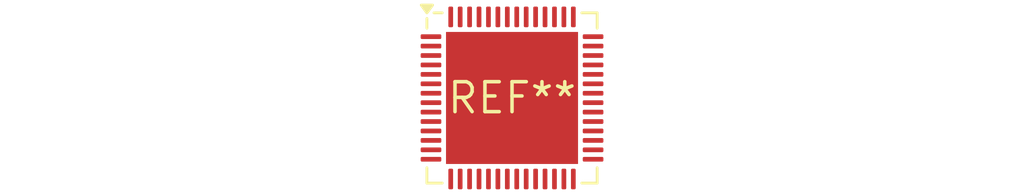
<source format=kicad_pcb>
(kicad_pcb (version 20240108) (generator pcbnew)
  (layers (0 "F.Cu" signal) (31 "B.Cu" signal) (34 "B.Paste" user) (35 "F.Paste" user) (36 "B.SilkS" user "B.Silkscreen") (37 "F.SilkS" user "F.Silkscreen") (38 "B.Mask" user) (39 "F.Mask" user) (44 "Edge.Cuts" user))
  (net 0 "")
  (footprint "QFN-56-1EP_7x7mm_P0.4mm_EP5.6x5.6mm" (layer "F.Cu") (at 0 0)
    (property "Reference" "REF**")
    (property "Value" "QFN-56-1EP_7x7mm_P0.4mm_EP5.6x5.6mm")
    (fp_line (start -3.61 -2.96) (end -3.61 -3.37) (layer "F.SilkS") (stroke (width 0.12)))
    (fp_line (start -3.61 3.61) (end -3.61 2.96) (layer "F.SilkS") (stroke (width 0.12)))
    (fp_line (start -2.96 -3.61) (end -3.31 -3.61) (layer "F.SilkS") (stroke (width 0.12)))
    (fp_line (start -2.96 3.61) (end -3.61 3.61) (layer "F.SilkS") (stroke (width 0.12)))
    (fp_line (start 2.96 -3.61) (end 3.61 -3.61) (layer "F.SilkS") (stroke (width 0.12)))
    (fp_line (start 2.96 3.61) (end 3.61 3.61) (layer "F.SilkS") (stroke (width 0.12)))
    (fp_line (start 3.61 -3.61) (end 3.61 -2.96) (layer "F.SilkS") (stroke (width 0.12)))
    (fp_line (start 3.61 3.61) (end 3.61 2.96) (layer "F.SilkS") (stroke (width 0.12)))
    (fp_poly (pts (xy -3.61 -3.61) (xy -3.85 -3.94) (xy -3.37 -3.94) (xy -3.61 -3.61)) (layer "F.SilkS") (stroke (width 0.12)) (fill solid))
    (pad "1" smd roundrect (at -3.4375 -2.6) (size 0.875 0.2) (layers "F.Cu" "F.Paste" "F.Mask"))
    (pad "2" smd roundrect (at -3.4375 -2.2) (size 0.875 0.2) (layers "F.Cu" "F.Paste" "F.Mask"))
    (pad "3" smd roundrect (at -3.4375 -1.8) (size 0.875 0.2) (layers "F.Cu" "F.Paste" "F.Mask"))
    (pad "4" smd roundrect (at -3.4375 -1.4) (size 0.875 0.2) (layers "F.Cu" "F.Paste" "F.Mask"))
    (pad "5" smd roundrect (at -3.4375 -1) (size 0.875 0.2) (layers "F.Cu" "F.Paste" "F.Mask"))
    (pad "6" smd roundrect (at -3.4375 -0.6) (size 0.875 0.2) (layers "F.Cu" "F.Paste" "F.Mask"))
    (pad "7" smd roundrect (at -3.4375 -0.2) (size 0.875 0.2) (layers "F.Cu" "F.Paste" "F.Mask"))
    (pad "8" smd roundrect (at -3.4375 0.2) (size 0.875 0.2) (layers "F.Cu" "F.Paste" "F.Mask"))
    (pad "9" smd roundrect (at -3.4375 0.6) (size 0.875 0.2) (layers "F.Cu" "F.Paste" "F.Mask"))
    (pad "10" smd roundrect (at -3.4375 1) (size 0.875 0.2) (layers "F.Cu" "F.Paste" "F.Mask"))
    (pad "11" smd roundrect (at -3.4375 1.4) (size 0.875 0.2) (layers "F.Cu" "F.Paste" "F.Mask"))
    (pad "12" smd roundrect (at -3.4375 1.8) (size 0.875 0.2) (layers "F.Cu" "F.Paste" "F.Mask"))
    (pad "13" smd roundrect (at -3.4375 2.2) (size 0.875 0.2) (layers "F.Cu" "F.Paste" "F.Mask"))
    (pad "14" smd roundrect (at -3.4375 2.6) (size 0.875 0.2) (layers "F.Cu" "F.Paste" "F.Mask"))
    (pad "15" smd roundrect (at -2.6 3.4375) (size 0.2 0.875) (layers "F.Cu" "F.Paste" "F.Mask"))
    (pad "16" smd roundrect (at -2.2 3.4375) (size 0.2 0.875) (layers "F.Cu" "F.Paste" "F.Mask"))
    (pad "17" smd roundrect (at -1.8 3.4375) (size 0.2 0.875) (layers "F.Cu" "F.Paste" "F.Mask"))
    (pad "18" smd roundrect (at -1.4 3.4375) (size 0.2 0.875) (layers "F.Cu" "F.Paste" "F.Mask"))
    (pad "19" smd roundrect (at -1 3.4375) (size 0.2 0.875) (layers "F.Cu" "F.Paste" "F.Mask"))
    (pad "20" smd roundrect (at -0.6 3.4375) (size 0.2 0.875) (layers "F.Cu" "F.Paste" "F.Mask"))
    (pad "21" smd roundrect (at -0.2 3.4375) (size 0.2 0.875) (layers "F.Cu" "F.Paste" "F.Mask"))
    (pad "22" smd roundrect (at 0.2 3.4375) (size 0.2 0.875) (layers "F.Cu" "F.Paste" "F.Mask"))
    (pad "23" smd roundrect (at 0.6 3.4375) (size 0.2 0.875) (layers "F.Cu" "F.Paste" "F.Mask"))
    (pad "24" smd roundrect (at 1 3.4375) (size 0.2 0.875) (layers "F.Cu" "F.Paste" "F.Mask"))
    (pad "25" smd roundrect (at 1.4 3.4375) (size 0.2 0.875) (layers "F.Cu" "F.Paste" "F.Mask"))
    (pad "26" smd roundrect (at 1.8 3.4375) (size 0.2 0.875) (layers "F.Cu" "F.Paste" "F.Mask"))
    (pad "27" smd roundrect (at 2.2 3.4375) (size 0.2 0.875) (layers "F.Cu" "F.Paste" "F.Mask"))
    (pad "28" smd roundrect (at 2.6 3.4375) (size 0.2 0.875) (layers "F.Cu" "F.Paste" "F.Mask"))
    (pad "29" smd roundrect (at 3.4375 2.6) (size 0.875 0.2) (layers "F.Cu" "F.Paste" "F.Mask"))
    (pad "30" smd roundrect (at 3.4375 2.2) (size 0.875 0.2) (layers "F.Cu" "F.Paste" "F.Mask"))
    (pad "31" smd roundrect (at 3.4375 1.8) (size 0.875 0.2) (layers "F.Cu" "F.Paste" "F.Mask"))
    (pad "32" smd roundrect (at 3.4375 1.4) (size 0.875 0.2) (layers "F.Cu" "F.Paste" "F.Mask"))
    (pad "33" smd roundrect (at 3.4375 1) (size 0.875 0.2) (layers "F.Cu" "F.Paste" "F.Mask"))
    (pad "34" smd roundrect (at 3.4375 0.6) (size 0.875 0.2) (layers "F.Cu" "F.Paste" "F.Mask"))
    (pad "35" smd roundrect (at 3.4375 0.2) (size 0.875 0.2) (layers "F.Cu" "F.Paste" "F.Mask"))
    (pad "36" smd roundrect (at 3.4375 -0.2) (size 0.875 0.2) (layers "F.Cu" "F.Paste" "F.Mask"))
    (pad "37" smd roundrect (at 3.4375 -0.6) (size 0.875 0.2) (layers "F.Cu" "F.Paste" "F.Mask"))
    (pad "38" smd roundrect (at 3.4375 -1) (size 0.875 0.2) (layers "F.Cu" "F.Paste" "F.Mask"))
    (pad "39" smd roundrect (at 3.4375 -1.4) (size 0.875 0.2) (layers "F.Cu" "F.Paste" "F.Mask"))
    (pad "40" smd roundrect (at 3.4375 -1.8) (size 0.875 0.2) (layers "F.Cu" "F.Paste" "F.Mask"))
    (pad "41" smd roundrect (at 3.4375 -2.2) (size 0.875 0.2) (layers "F.Cu" "F.Paste" "F.Mask"))
    (pad "42" smd roundrect (at 3.4375 -2.6) (size 0.875 0.2) (layers "F.Cu" "F.Paste" "F.Mask"))
    (pad "43" smd roundrect (at 2.6 -3.4375) (size 0.2 0.875) (layers "F.Cu" "F.Paste" "F.Mask"))
    (pad "44" smd roundrect (at 2.2 -3.4375) (size 0.2 0.875) (layers "F.Cu" "F.Paste" "F.Mask"))
    (pad "45" smd roundrect (at 1.8 -3.4375) (size 0.2 0.875) (layers "F.Cu" "F.Paste" "F.Mask"))
    (pad "46" smd roundrect (at 1.4 -3.4375) (size 0.2 0.875) (layers "F.Cu" "F.Paste" "F.Mask"))
    (pad "47" smd roundrect (at 1 -3.4375) (size 0.2 0.875) (layers "F.Cu" "F.Paste" "F.Mask"))
    (pad "48" smd roundrect (at 0.6 -3.4375) (size 0.2 0.875) (layers "F.Cu" "F.Paste" "F.Mask"))
    (pad "49" smd roundrect (at 0.2 -3.4375) (size 0.2 0.875) (layers "F.Cu" "F.Paste" "F.Mask"))
    (pad "50" smd roundrect (at -0.2 -3.4375) (size 0.2 0.875) (layers "F.Cu" "F.Paste" "F.Mask"))
    (pad "51" smd roundrect (at -0.6 -3.4375) (size 0.2 0.875) (layers "F.Cu" "F.Paste" "F.Mask"))
    (pad "52" smd roundrect (at -1 -3.4375) (size 0.2 0.875) (layers "F.Cu" "F.Paste" "F.Mask"))
    (pad "53" smd roundrect (at -1.4 -3.4375) (size 0.2 0.875) (layers "F.Cu" "F.Paste" "F.Mask"))
    (pad "54" smd roundrect (at -1.8 -3.4375) (size 0.2 0.875) (layers "F.Cu" "F.Paste" "F.Mask"))
    (pad "55" smd roundrect (at -2.2 -3.4375) (size 0.2 0.875) (layers "F.Cu" "F.Paste" "F.Mask"))
    (pad "56" smd roundrect (at -2.6 -3.4375) (size 0.2 0.875) (layers "F.Cu" "F.Paste" "F.Mask"))
    (pad "57" smd rect (at 0 0) (size 5.6 5.6) (property pad_prop_heatsink) (layers "F.Cu" "F.Mask"))
  )
)
</source>
